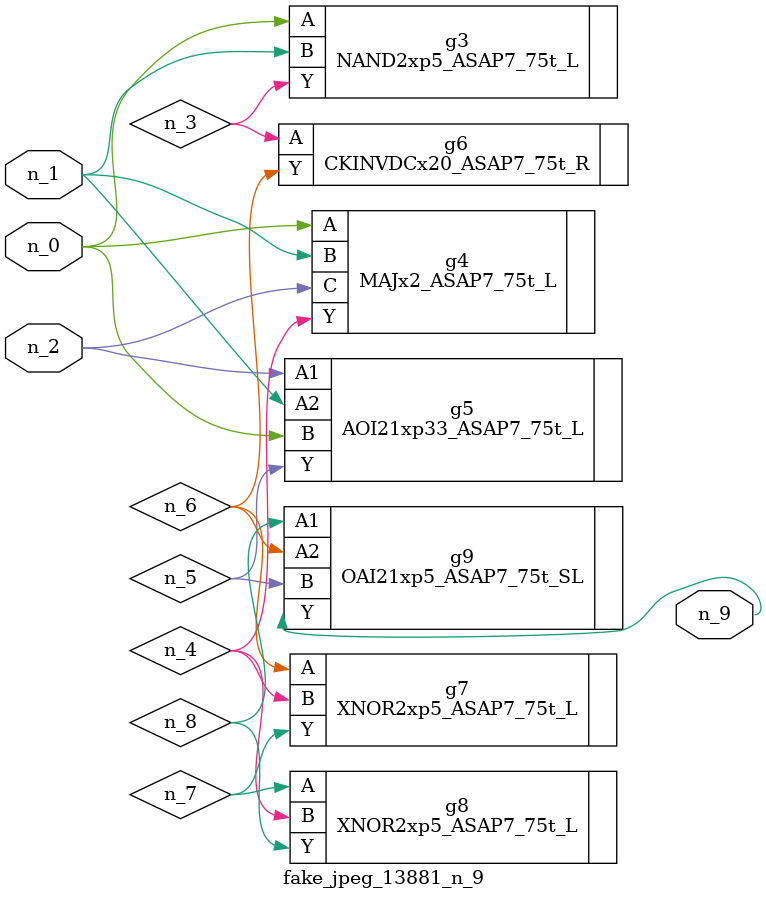
<source format=v>
module fake_jpeg_13881_n_9 (n_0, n_2, n_1, n_9);

input n_0;
input n_2;
input n_1;

output n_9;

wire n_3;
wire n_4;
wire n_8;
wire n_6;
wire n_5;
wire n_7;

NAND2xp5_ASAP7_75t_L g3 ( 
.A(n_0),
.B(n_1),
.Y(n_3)
);

MAJx2_ASAP7_75t_L g4 ( 
.A(n_0),
.B(n_1),
.C(n_2),
.Y(n_4)
);

AOI21xp33_ASAP7_75t_L g5 ( 
.A1(n_2),
.A2(n_1),
.B(n_0),
.Y(n_5)
);

CKINVDCx20_ASAP7_75t_R g6 ( 
.A(n_3),
.Y(n_6)
);

XNOR2xp5_ASAP7_75t_L g7 ( 
.A(n_6),
.B(n_4),
.Y(n_7)
);

XNOR2xp5_ASAP7_75t_L g8 ( 
.A(n_7),
.B(n_4),
.Y(n_8)
);

OAI21xp5_ASAP7_75t_SL g9 ( 
.A1(n_8),
.A2(n_6),
.B(n_5),
.Y(n_9)
);


endmodule
</source>
